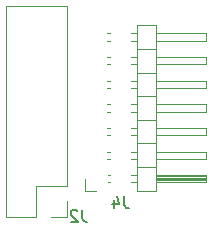
<source format=gbr>
G04 #@! TF.GenerationSoftware,KiCad,Pcbnew,(5.1.2)-2*
G04 #@! TF.CreationDate,2019-09-11T21:46:37-05:00*
G04 #@! TF.ProjectId,zturn_breakout,7a747572-6e5f-4627-9265-616b6f75742e,rev?*
G04 #@! TF.SameCoordinates,Original*
G04 #@! TF.FileFunction,Legend,Bot*
G04 #@! TF.FilePolarity,Positive*
%FSLAX46Y46*%
G04 Gerber Fmt 4.6, Leading zero omitted, Abs format (unit mm)*
G04 Created by KiCad (PCBNEW (5.1.2)-2) date 2019-09-11 21:46:37*
%MOMM*%
%LPD*%
G04 APERTURE LIST*
%ADD10C,0.120000*%
%ADD11C,0.150000*%
G04 APERTURE END LIST*
D10*
X151146000Y-106029000D02*
X152146000Y-106029000D01*
X151146000Y-105029000D02*
X151146000Y-106029000D01*
X153028114Y-92719000D02*
X153263886Y-92719000D01*
X153028114Y-93339000D02*
X153263886Y-93339000D01*
X155028114Y-92719000D02*
X155586000Y-92719000D01*
X155028114Y-93339000D02*
X155586000Y-93339000D01*
X161406000Y-92719000D02*
X157206000Y-92719000D01*
X161406000Y-93339000D02*
X161406000Y-92719000D01*
X157206000Y-93339000D02*
X161406000Y-93339000D01*
X155586000Y-94029000D02*
X157206000Y-94029000D01*
X153028114Y-94719000D02*
X153263886Y-94719000D01*
X153028114Y-95339000D02*
X153263886Y-95339000D01*
X155028114Y-94719000D02*
X155586000Y-94719000D01*
X155028114Y-95339000D02*
X155586000Y-95339000D01*
X161406000Y-94719000D02*
X157206000Y-94719000D01*
X161406000Y-95339000D02*
X161406000Y-94719000D01*
X157206000Y-95339000D02*
X161406000Y-95339000D01*
X155586000Y-96029000D02*
X157206000Y-96029000D01*
X153028114Y-96719000D02*
X153263886Y-96719000D01*
X153028114Y-97339000D02*
X153263886Y-97339000D01*
X155028114Y-96719000D02*
X155586000Y-96719000D01*
X155028114Y-97339000D02*
X155586000Y-97339000D01*
X161406000Y-96719000D02*
X157206000Y-96719000D01*
X161406000Y-97339000D02*
X161406000Y-96719000D01*
X157206000Y-97339000D02*
X161406000Y-97339000D01*
X155586000Y-98029000D02*
X157206000Y-98029000D01*
X153028114Y-98719000D02*
X153263886Y-98719000D01*
X153028114Y-99339000D02*
X153263886Y-99339000D01*
X155028114Y-98719000D02*
X155586000Y-98719000D01*
X155028114Y-99339000D02*
X155586000Y-99339000D01*
X161406000Y-98719000D02*
X157206000Y-98719000D01*
X161406000Y-99339000D02*
X161406000Y-98719000D01*
X157206000Y-99339000D02*
X161406000Y-99339000D01*
X155586000Y-100029000D02*
X157206000Y-100029000D01*
X153028114Y-100719000D02*
X153263886Y-100719000D01*
X153028114Y-101339000D02*
X153263886Y-101339000D01*
X155028114Y-100719000D02*
X155586000Y-100719000D01*
X155028114Y-101339000D02*
X155586000Y-101339000D01*
X161406000Y-100719000D02*
X157206000Y-100719000D01*
X161406000Y-101339000D02*
X161406000Y-100719000D01*
X157206000Y-101339000D02*
X161406000Y-101339000D01*
X155586000Y-102029000D02*
X157206000Y-102029000D01*
X153028114Y-102719000D02*
X153263886Y-102719000D01*
X153028114Y-103339000D02*
X153263886Y-103339000D01*
X155028114Y-102719000D02*
X155586000Y-102719000D01*
X155028114Y-103339000D02*
X155586000Y-103339000D01*
X161406000Y-102719000D02*
X157206000Y-102719000D01*
X161406000Y-103339000D02*
X161406000Y-102719000D01*
X157206000Y-103339000D02*
X161406000Y-103339000D01*
X155586000Y-104029000D02*
X157206000Y-104029000D01*
X153081000Y-104719000D02*
X153263886Y-104719000D01*
X153081000Y-105339000D02*
X153263886Y-105339000D01*
X155028114Y-104719000D02*
X155586000Y-104719000D01*
X155028114Y-105339000D02*
X155586000Y-105339000D01*
X157206000Y-104799000D02*
X161406000Y-104799000D01*
X157206000Y-104919000D02*
X161406000Y-104919000D01*
X157206000Y-105039000D02*
X161406000Y-105039000D01*
X157206000Y-105159000D02*
X161406000Y-105159000D01*
X157206000Y-105279000D02*
X161406000Y-105279000D01*
X161406000Y-104719000D02*
X157206000Y-104719000D01*
X161406000Y-105339000D02*
X161406000Y-104719000D01*
X157206000Y-105339000D02*
X161406000Y-105339000D01*
X157206000Y-106089000D02*
X155586000Y-106089000D01*
X157206000Y-91969000D02*
X157206000Y-106089000D01*
X155586000Y-91969000D02*
X157206000Y-91969000D01*
X155586000Y-106089000D02*
X155586000Y-91969000D01*
X148336000Y-108264000D02*
X149666000Y-108264000D01*
X149666000Y-108264000D02*
X149666000Y-106934000D01*
X147066000Y-108264000D02*
X147066000Y-105664000D01*
X147066000Y-105664000D02*
X149666000Y-105664000D01*
X149666000Y-105664000D02*
X149666000Y-90364000D01*
X144466000Y-90364000D02*
X149666000Y-90364000D01*
X144466000Y-108264000D02*
X144466000Y-90364000D01*
X144466000Y-108264000D02*
X147066000Y-108264000D01*
D11*
X154511333Y-106513380D02*
X154511333Y-107227666D01*
X154558952Y-107370523D01*
X154654190Y-107465761D01*
X154797047Y-107513380D01*
X154892285Y-107513380D01*
X153606571Y-106846714D02*
X153606571Y-107513380D01*
X153844666Y-106465761D02*
X154082761Y-107180047D01*
X153463714Y-107180047D01*
X150955333Y-107656380D02*
X150955333Y-108370666D01*
X151002952Y-108513523D01*
X151098190Y-108608761D01*
X151241047Y-108656380D01*
X151336285Y-108656380D01*
X150526761Y-107751619D02*
X150479142Y-107704000D01*
X150383904Y-107656380D01*
X150145809Y-107656380D01*
X150050571Y-107704000D01*
X150002952Y-107751619D01*
X149955333Y-107846857D01*
X149955333Y-107942095D01*
X150002952Y-108084952D01*
X150574380Y-108656380D01*
X149955333Y-108656380D01*
M02*

</source>
